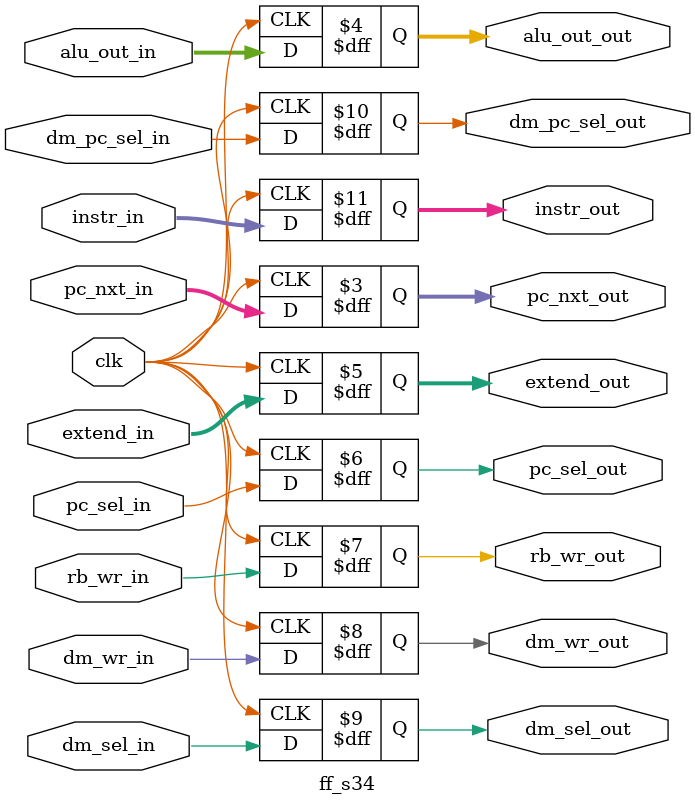
<source format=v>
`timescale 1ns / 1ps


module ff_s34(input clk,input[31:0] pc_nxt_in,input[31:0] alu_out_in,input[31:0] extend_in,input pc_sel_in,input rb_wr_in,input dm_wr_in,input dm_sel_in,input dm_pc_sel_in,input[31:0] instr_in,
                output reg[31:0] pc_nxt_out,output reg[31:0] alu_out_out,output reg[31:0] extend_out,output reg pc_sel_out=0,output reg rb_wr_out,output reg dm_wr_out,output reg dm_sel_out,output reg dm_pc_sel_out,output reg[31:0] instr_out

    );
    always@(posedge clk)
    begin
    pc_nxt_out=pc_nxt_in;
    alu_out_out=alu_out_in;
    extend_out=extend_in;
    pc_sel_out=pc_sel_in;
    rb_wr_out=rb_wr_in;
    dm_wr_out=dm_wr_in;
    dm_sel_out=dm_sel_in;
    dm_pc_sel_out=dm_pc_sel_in;
    instr_out=instr_in;
    end
endmodule

</source>
